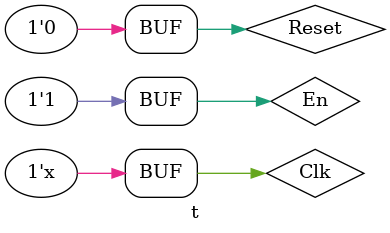
<source format=v>
`timescale 1ns / 1ps


module t;

	// Inputs
	reg Clk; 
	reg Reset;
	reg En;

	// Outputs
	wire [2:0] Output;
	wire Overflow;

	// Instantiate the Unit Under Test (UUT)
	gray uut (
		.Clk(Clk), 
		.Reset(Reset), 
		.En(En), 
		.Output(Output), 
		.Overflow(Overflow)
	);

	initial begin
		// Initialize Inputs
		Clk = 0;
		Reset = 1;
		En = 0;
 
		// Wait 100 ns for global reset to finish
		#100;
        
		// Add stimulus here
		#2 Reset = 0;
		#2 En = 1;
	end
    always #1 Clk = ~Clk;      
endmodule


</source>
